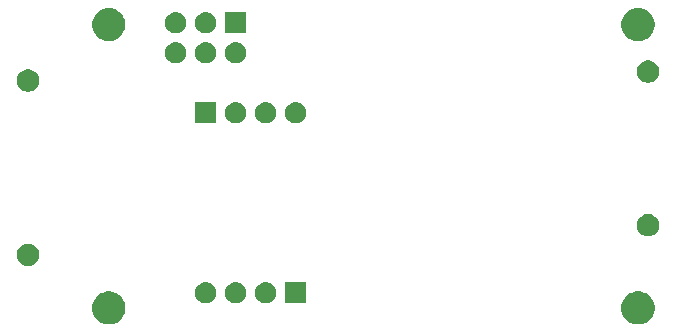
<source format=gbs>
G04 #@! TF.GenerationSoftware,KiCad,Pcbnew,5.1.5-52549c5~84~ubuntu18.04.1*
G04 #@! TF.CreationDate,2020-01-10T15:39:39+05:30*
G04 #@! TF.ProjectId,senseEle_PCB_Antenna_rev2,73656e73-6545-46c6-955f-5043425f416e,rev?*
G04 #@! TF.SameCoordinates,Original*
G04 #@! TF.FileFunction,Soldermask,Bot*
G04 #@! TF.FilePolarity,Negative*
%FSLAX46Y46*%
G04 Gerber Fmt 4.6, Leading zero omitted, Abs format (unit mm)*
G04 Created by KiCad (PCBNEW 5.1.5-52549c5~84~ubuntu18.04.1) date 2020-01-10 15:39:39*
%MOMM*%
%LPD*%
G04 APERTURE LIST*
%ADD10C,0.100000*%
G04 APERTURE END LIST*
D10*
G36*
X43318433Y-43134893D02*
G01*
X43408657Y-43152839D01*
X43514267Y-43196585D01*
X43663621Y-43258449D01*
X43663622Y-43258450D01*
X43893086Y-43411772D01*
X44088228Y-43606914D01*
X44114868Y-43646784D01*
X44241551Y-43836379D01*
X44276127Y-43919853D01*
X44345104Y-44086376D01*
X44347161Y-44091344D01*
X44401000Y-44362012D01*
X44401000Y-44637988D01*
X44347161Y-44908656D01*
X44241551Y-45163621D01*
X44241550Y-45163622D01*
X44088228Y-45393086D01*
X43893086Y-45588228D01*
X43739763Y-45690675D01*
X43663621Y-45741551D01*
X43514267Y-45803415D01*
X43408657Y-45847161D01*
X43318433Y-45865107D01*
X43137988Y-45901000D01*
X42862012Y-45901000D01*
X42681567Y-45865107D01*
X42591343Y-45847161D01*
X42485733Y-45803415D01*
X42336379Y-45741551D01*
X42260237Y-45690675D01*
X42106914Y-45588228D01*
X41911772Y-45393086D01*
X41758450Y-45163622D01*
X41758449Y-45163621D01*
X41652839Y-44908656D01*
X41599000Y-44637988D01*
X41599000Y-44362012D01*
X41652839Y-44091344D01*
X41654897Y-44086376D01*
X41723873Y-43919853D01*
X41758449Y-43836379D01*
X41885132Y-43646784D01*
X41911772Y-43606914D01*
X42106914Y-43411772D01*
X42336378Y-43258450D01*
X42336379Y-43258449D01*
X42485733Y-43196585D01*
X42591343Y-43152839D01*
X42681567Y-43134893D01*
X42862012Y-43099000D01*
X43137988Y-43099000D01*
X43318433Y-43134893D01*
G37*
G36*
X-1481567Y-43134893D02*
G01*
X-1391343Y-43152839D01*
X-1285733Y-43196585D01*
X-1136379Y-43258449D01*
X-1136378Y-43258450D01*
X-906914Y-43411772D01*
X-711772Y-43606914D01*
X-685132Y-43646784D01*
X-558449Y-43836379D01*
X-523873Y-43919853D01*
X-454896Y-44086376D01*
X-452839Y-44091344D01*
X-399000Y-44362012D01*
X-399000Y-44637988D01*
X-452839Y-44908656D01*
X-558449Y-45163621D01*
X-558450Y-45163622D01*
X-711772Y-45393086D01*
X-906914Y-45588228D01*
X-1060237Y-45690675D01*
X-1136379Y-45741551D01*
X-1285733Y-45803415D01*
X-1391343Y-45847161D01*
X-1481567Y-45865107D01*
X-1662012Y-45901000D01*
X-1937988Y-45901000D01*
X-2118433Y-45865107D01*
X-2208657Y-45847161D01*
X-2314267Y-45803415D01*
X-2463621Y-45741551D01*
X-2539763Y-45690675D01*
X-2693086Y-45588228D01*
X-2888228Y-45393086D01*
X-3041550Y-45163622D01*
X-3041551Y-45163621D01*
X-3147161Y-44908656D01*
X-3201000Y-44637988D01*
X-3201000Y-44362012D01*
X-3147161Y-44091344D01*
X-3145103Y-44086376D01*
X-3076127Y-43919853D01*
X-3041551Y-43836379D01*
X-2914868Y-43646784D01*
X-2888228Y-43606914D01*
X-2693086Y-43411772D01*
X-2463622Y-43258450D01*
X-2463621Y-43258449D01*
X-2314267Y-43196585D01*
X-2208657Y-43152839D01*
X-2118433Y-43134893D01*
X-1937988Y-43099000D01*
X-1662012Y-43099000D01*
X-1481567Y-43134893D01*
G37*
G36*
X6503512Y-42323927D02*
G01*
X6652812Y-42353624D01*
X6816784Y-42421544D01*
X6964354Y-42520147D01*
X7089853Y-42645646D01*
X7188456Y-42793216D01*
X7256376Y-42957188D01*
X7291000Y-43131259D01*
X7291000Y-43308741D01*
X7256376Y-43482812D01*
X7188456Y-43646784D01*
X7089853Y-43794354D01*
X6964354Y-43919853D01*
X6816784Y-44018456D01*
X6652812Y-44086376D01*
X6503512Y-44116073D01*
X6478742Y-44121000D01*
X6301258Y-44121000D01*
X6276488Y-44116073D01*
X6127188Y-44086376D01*
X5963216Y-44018456D01*
X5815646Y-43919853D01*
X5690147Y-43794354D01*
X5591544Y-43646784D01*
X5523624Y-43482812D01*
X5489000Y-43308741D01*
X5489000Y-43131259D01*
X5523624Y-42957188D01*
X5591544Y-42793216D01*
X5690147Y-42645646D01*
X5815646Y-42520147D01*
X5963216Y-42421544D01*
X6127188Y-42353624D01*
X6276488Y-42323927D01*
X6301258Y-42319000D01*
X6478742Y-42319000D01*
X6503512Y-42323927D01*
G37*
G36*
X9043512Y-42323927D02*
G01*
X9192812Y-42353624D01*
X9356784Y-42421544D01*
X9504354Y-42520147D01*
X9629853Y-42645646D01*
X9728456Y-42793216D01*
X9796376Y-42957188D01*
X9831000Y-43131259D01*
X9831000Y-43308741D01*
X9796376Y-43482812D01*
X9728456Y-43646784D01*
X9629853Y-43794354D01*
X9504354Y-43919853D01*
X9356784Y-44018456D01*
X9192812Y-44086376D01*
X9043512Y-44116073D01*
X9018742Y-44121000D01*
X8841258Y-44121000D01*
X8816488Y-44116073D01*
X8667188Y-44086376D01*
X8503216Y-44018456D01*
X8355646Y-43919853D01*
X8230147Y-43794354D01*
X8131544Y-43646784D01*
X8063624Y-43482812D01*
X8029000Y-43308741D01*
X8029000Y-43131259D01*
X8063624Y-42957188D01*
X8131544Y-42793216D01*
X8230147Y-42645646D01*
X8355646Y-42520147D01*
X8503216Y-42421544D01*
X8667188Y-42353624D01*
X8816488Y-42323927D01*
X8841258Y-42319000D01*
X9018742Y-42319000D01*
X9043512Y-42323927D01*
G37*
G36*
X11583512Y-42323927D02*
G01*
X11732812Y-42353624D01*
X11896784Y-42421544D01*
X12044354Y-42520147D01*
X12169853Y-42645646D01*
X12268456Y-42793216D01*
X12336376Y-42957188D01*
X12371000Y-43131259D01*
X12371000Y-43308741D01*
X12336376Y-43482812D01*
X12268456Y-43646784D01*
X12169853Y-43794354D01*
X12044354Y-43919853D01*
X11896784Y-44018456D01*
X11732812Y-44086376D01*
X11583512Y-44116073D01*
X11558742Y-44121000D01*
X11381258Y-44121000D01*
X11356488Y-44116073D01*
X11207188Y-44086376D01*
X11043216Y-44018456D01*
X10895646Y-43919853D01*
X10770147Y-43794354D01*
X10671544Y-43646784D01*
X10603624Y-43482812D01*
X10569000Y-43308741D01*
X10569000Y-43131259D01*
X10603624Y-42957188D01*
X10671544Y-42793216D01*
X10770147Y-42645646D01*
X10895646Y-42520147D01*
X11043216Y-42421544D01*
X11207188Y-42353624D01*
X11356488Y-42323927D01*
X11381258Y-42319000D01*
X11558742Y-42319000D01*
X11583512Y-42323927D01*
G37*
G36*
X14911000Y-44121000D02*
G01*
X13109000Y-44121000D01*
X13109000Y-42319000D01*
X14911000Y-42319000D01*
X14911000Y-44121000D01*
G37*
G36*
X-8372605Y-39085546D02*
G01*
X-8199534Y-39157234D01*
X-8199533Y-39157235D01*
X-8043773Y-39261310D01*
X-7911310Y-39393773D01*
X-7911309Y-39393775D01*
X-7807234Y-39549534D01*
X-7735546Y-39722605D01*
X-7699000Y-39906333D01*
X-7699000Y-40093667D01*
X-7735546Y-40277395D01*
X-7807234Y-40450466D01*
X-7807235Y-40450467D01*
X-7911310Y-40606227D01*
X-8043773Y-40738690D01*
X-8122182Y-40791081D01*
X-8199534Y-40842766D01*
X-8372605Y-40914454D01*
X-8556333Y-40951000D01*
X-8743667Y-40951000D01*
X-8927395Y-40914454D01*
X-9100466Y-40842766D01*
X-9177818Y-40791081D01*
X-9256227Y-40738690D01*
X-9388690Y-40606227D01*
X-9492765Y-40450467D01*
X-9492766Y-40450466D01*
X-9564454Y-40277395D01*
X-9601000Y-40093667D01*
X-9601000Y-39906333D01*
X-9564454Y-39722605D01*
X-9492766Y-39549534D01*
X-9388691Y-39393775D01*
X-9388690Y-39393773D01*
X-9256227Y-39261310D01*
X-9100467Y-39157235D01*
X-9100466Y-39157234D01*
X-8927395Y-39085546D01*
X-8743667Y-39049000D01*
X-8556333Y-39049000D01*
X-8372605Y-39085546D01*
G37*
G36*
X44127395Y-36585546D02*
G01*
X44300466Y-36657234D01*
X44300467Y-36657235D01*
X44456227Y-36761310D01*
X44588690Y-36893773D01*
X44588691Y-36893775D01*
X44692766Y-37049534D01*
X44764454Y-37222605D01*
X44801000Y-37406333D01*
X44801000Y-37593667D01*
X44764454Y-37777395D01*
X44692766Y-37950466D01*
X44692765Y-37950467D01*
X44588690Y-38106227D01*
X44456227Y-38238690D01*
X44377818Y-38291081D01*
X44300466Y-38342766D01*
X44127395Y-38414454D01*
X43943667Y-38451000D01*
X43756333Y-38451000D01*
X43572605Y-38414454D01*
X43399534Y-38342766D01*
X43322182Y-38291081D01*
X43243773Y-38238690D01*
X43111310Y-38106227D01*
X43007235Y-37950467D01*
X43007234Y-37950466D01*
X42935546Y-37777395D01*
X42899000Y-37593667D01*
X42899000Y-37406333D01*
X42935546Y-37222605D01*
X43007234Y-37049534D01*
X43111309Y-36893775D01*
X43111310Y-36893773D01*
X43243773Y-36761310D01*
X43399533Y-36657235D01*
X43399534Y-36657234D01*
X43572605Y-36585546D01*
X43756333Y-36549000D01*
X43943667Y-36549000D01*
X44127395Y-36585546D01*
G37*
G36*
X14123512Y-27083927D02*
G01*
X14272812Y-27113624D01*
X14436784Y-27181544D01*
X14584354Y-27280147D01*
X14709853Y-27405646D01*
X14808456Y-27553216D01*
X14876376Y-27717188D01*
X14911000Y-27891259D01*
X14911000Y-28068741D01*
X14876376Y-28242812D01*
X14808456Y-28406784D01*
X14709853Y-28554354D01*
X14584354Y-28679853D01*
X14436784Y-28778456D01*
X14272812Y-28846376D01*
X14123512Y-28876073D01*
X14098742Y-28881000D01*
X13921258Y-28881000D01*
X13896488Y-28876073D01*
X13747188Y-28846376D01*
X13583216Y-28778456D01*
X13435646Y-28679853D01*
X13310147Y-28554354D01*
X13211544Y-28406784D01*
X13143624Y-28242812D01*
X13109000Y-28068741D01*
X13109000Y-27891259D01*
X13143624Y-27717188D01*
X13211544Y-27553216D01*
X13310147Y-27405646D01*
X13435646Y-27280147D01*
X13583216Y-27181544D01*
X13747188Y-27113624D01*
X13896488Y-27083927D01*
X13921258Y-27079000D01*
X14098742Y-27079000D01*
X14123512Y-27083927D01*
G37*
G36*
X11583512Y-27083927D02*
G01*
X11732812Y-27113624D01*
X11896784Y-27181544D01*
X12044354Y-27280147D01*
X12169853Y-27405646D01*
X12268456Y-27553216D01*
X12336376Y-27717188D01*
X12371000Y-27891259D01*
X12371000Y-28068741D01*
X12336376Y-28242812D01*
X12268456Y-28406784D01*
X12169853Y-28554354D01*
X12044354Y-28679853D01*
X11896784Y-28778456D01*
X11732812Y-28846376D01*
X11583512Y-28876073D01*
X11558742Y-28881000D01*
X11381258Y-28881000D01*
X11356488Y-28876073D01*
X11207188Y-28846376D01*
X11043216Y-28778456D01*
X10895646Y-28679853D01*
X10770147Y-28554354D01*
X10671544Y-28406784D01*
X10603624Y-28242812D01*
X10569000Y-28068741D01*
X10569000Y-27891259D01*
X10603624Y-27717188D01*
X10671544Y-27553216D01*
X10770147Y-27405646D01*
X10895646Y-27280147D01*
X11043216Y-27181544D01*
X11207188Y-27113624D01*
X11356488Y-27083927D01*
X11381258Y-27079000D01*
X11558742Y-27079000D01*
X11583512Y-27083927D01*
G37*
G36*
X9043512Y-27083927D02*
G01*
X9192812Y-27113624D01*
X9356784Y-27181544D01*
X9504354Y-27280147D01*
X9629853Y-27405646D01*
X9728456Y-27553216D01*
X9796376Y-27717188D01*
X9831000Y-27891259D01*
X9831000Y-28068741D01*
X9796376Y-28242812D01*
X9728456Y-28406784D01*
X9629853Y-28554354D01*
X9504354Y-28679853D01*
X9356784Y-28778456D01*
X9192812Y-28846376D01*
X9043512Y-28876073D01*
X9018742Y-28881000D01*
X8841258Y-28881000D01*
X8816488Y-28876073D01*
X8667188Y-28846376D01*
X8503216Y-28778456D01*
X8355646Y-28679853D01*
X8230147Y-28554354D01*
X8131544Y-28406784D01*
X8063624Y-28242812D01*
X8029000Y-28068741D01*
X8029000Y-27891259D01*
X8063624Y-27717188D01*
X8131544Y-27553216D01*
X8230147Y-27405646D01*
X8355646Y-27280147D01*
X8503216Y-27181544D01*
X8667188Y-27113624D01*
X8816488Y-27083927D01*
X8841258Y-27079000D01*
X9018742Y-27079000D01*
X9043512Y-27083927D01*
G37*
G36*
X7291000Y-28881000D02*
G01*
X5489000Y-28881000D01*
X5489000Y-27079000D01*
X7291000Y-27079000D01*
X7291000Y-28881000D01*
G37*
G36*
X-8372605Y-24335546D02*
G01*
X-8199534Y-24407234D01*
X-8199533Y-24407235D01*
X-8043773Y-24511310D01*
X-7911310Y-24643773D01*
X-7911309Y-24643775D01*
X-7807234Y-24799534D01*
X-7735546Y-24972605D01*
X-7699000Y-25156333D01*
X-7699000Y-25343667D01*
X-7735546Y-25527395D01*
X-7807234Y-25700466D01*
X-7807235Y-25700467D01*
X-7911310Y-25856227D01*
X-8043773Y-25988690D01*
X-8122182Y-26041081D01*
X-8199534Y-26092766D01*
X-8372605Y-26164454D01*
X-8556333Y-26201000D01*
X-8743667Y-26201000D01*
X-8927395Y-26164454D01*
X-9100466Y-26092766D01*
X-9177818Y-26041081D01*
X-9256227Y-25988690D01*
X-9388690Y-25856227D01*
X-9492765Y-25700467D01*
X-9492766Y-25700466D01*
X-9564454Y-25527395D01*
X-9601000Y-25343667D01*
X-9601000Y-25156333D01*
X-9564454Y-24972605D01*
X-9492766Y-24799534D01*
X-9388691Y-24643775D01*
X-9388690Y-24643773D01*
X-9256227Y-24511310D01*
X-9100467Y-24407235D01*
X-9100466Y-24407234D01*
X-8927395Y-24335546D01*
X-8743667Y-24299000D01*
X-8556333Y-24299000D01*
X-8372605Y-24335546D01*
G37*
G36*
X44127395Y-23585546D02*
G01*
X44300466Y-23657234D01*
X44300467Y-23657235D01*
X44456227Y-23761310D01*
X44588690Y-23893773D01*
X44588691Y-23893775D01*
X44692766Y-24049534D01*
X44764454Y-24222605D01*
X44801000Y-24406333D01*
X44801000Y-24593667D01*
X44764454Y-24777395D01*
X44692766Y-24950466D01*
X44692765Y-24950467D01*
X44588690Y-25106227D01*
X44456227Y-25238690D01*
X44377818Y-25291081D01*
X44300466Y-25342766D01*
X44127395Y-25414454D01*
X43943667Y-25451000D01*
X43756333Y-25451000D01*
X43572605Y-25414454D01*
X43399534Y-25342766D01*
X43322182Y-25291081D01*
X43243773Y-25238690D01*
X43111310Y-25106227D01*
X43007235Y-24950467D01*
X43007234Y-24950466D01*
X42935546Y-24777395D01*
X42899000Y-24593667D01*
X42899000Y-24406333D01*
X42935546Y-24222605D01*
X43007234Y-24049534D01*
X43111309Y-23893775D01*
X43111310Y-23893773D01*
X43243773Y-23761310D01*
X43399533Y-23657235D01*
X43399534Y-23657234D01*
X43572605Y-23585546D01*
X43756333Y-23549000D01*
X43943667Y-23549000D01*
X44127395Y-23585546D01*
G37*
G36*
X3963512Y-22003927D02*
G01*
X4112812Y-22033624D01*
X4276784Y-22101544D01*
X4424354Y-22200147D01*
X4549853Y-22325646D01*
X4648456Y-22473216D01*
X4716376Y-22637188D01*
X4751000Y-22811259D01*
X4751000Y-22988741D01*
X4716376Y-23162812D01*
X4648456Y-23326784D01*
X4549853Y-23474354D01*
X4424354Y-23599853D01*
X4276784Y-23698456D01*
X4112812Y-23766376D01*
X3963512Y-23796073D01*
X3938742Y-23801000D01*
X3761258Y-23801000D01*
X3736488Y-23796073D01*
X3587188Y-23766376D01*
X3423216Y-23698456D01*
X3275646Y-23599853D01*
X3150147Y-23474354D01*
X3051544Y-23326784D01*
X2983624Y-23162812D01*
X2949000Y-22988741D01*
X2949000Y-22811259D01*
X2983624Y-22637188D01*
X3051544Y-22473216D01*
X3150147Y-22325646D01*
X3275646Y-22200147D01*
X3423216Y-22101544D01*
X3587188Y-22033624D01*
X3736488Y-22003927D01*
X3761258Y-21999000D01*
X3938742Y-21999000D01*
X3963512Y-22003927D01*
G37*
G36*
X6503512Y-22003927D02*
G01*
X6652812Y-22033624D01*
X6816784Y-22101544D01*
X6964354Y-22200147D01*
X7089853Y-22325646D01*
X7188456Y-22473216D01*
X7256376Y-22637188D01*
X7291000Y-22811259D01*
X7291000Y-22988741D01*
X7256376Y-23162812D01*
X7188456Y-23326784D01*
X7089853Y-23474354D01*
X6964354Y-23599853D01*
X6816784Y-23698456D01*
X6652812Y-23766376D01*
X6503512Y-23796073D01*
X6478742Y-23801000D01*
X6301258Y-23801000D01*
X6276488Y-23796073D01*
X6127188Y-23766376D01*
X5963216Y-23698456D01*
X5815646Y-23599853D01*
X5690147Y-23474354D01*
X5591544Y-23326784D01*
X5523624Y-23162812D01*
X5489000Y-22988741D01*
X5489000Y-22811259D01*
X5523624Y-22637188D01*
X5591544Y-22473216D01*
X5690147Y-22325646D01*
X5815646Y-22200147D01*
X5963216Y-22101544D01*
X6127188Y-22033624D01*
X6276488Y-22003927D01*
X6301258Y-21999000D01*
X6478742Y-21999000D01*
X6503512Y-22003927D01*
G37*
G36*
X9043512Y-22003927D02*
G01*
X9192812Y-22033624D01*
X9356784Y-22101544D01*
X9504354Y-22200147D01*
X9629853Y-22325646D01*
X9728456Y-22473216D01*
X9796376Y-22637188D01*
X9831000Y-22811259D01*
X9831000Y-22988741D01*
X9796376Y-23162812D01*
X9728456Y-23326784D01*
X9629853Y-23474354D01*
X9504354Y-23599853D01*
X9356784Y-23698456D01*
X9192812Y-23766376D01*
X9043512Y-23796073D01*
X9018742Y-23801000D01*
X8841258Y-23801000D01*
X8816488Y-23796073D01*
X8667188Y-23766376D01*
X8503216Y-23698456D01*
X8355646Y-23599853D01*
X8230147Y-23474354D01*
X8131544Y-23326784D01*
X8063624Y-23162812D01*
X8029000Y-22988741D01*
X8029000Y-22811259D01*
X8063624Y-22637188D01*
X8131544Y-22473216D01*
X8230147Y-22325646D01*
X8355646Y-22200147D01*
X8503216Y-22101544D01*
X8667188Y-22033624D01*
X8816488Y-22003927D01*
X8841258Y-21999000D01*
X9018742Y-21999000D01*
X9043512Y-22003927D01*
G37*
G36*
X43318433Y-19134893D02*
G01*
X43408657Y-19152839D01*
X43514267Y-19196585D01*
X43663621Y-19258449D01*
X43663622Y-19258450D01*
X43893086Y-19411772D01*
X44088228Y-19606914D01*
X44190675Y-19760237D01*
X44241551Y-19836379D01*
X44281662Y-19933216D01*
X44347161Y-20091343D01*
X44348324Y-20097189D01*
X44401000Y-20362012D01*
X44401000Y-20637988D01*
X44347161Y-20908656D01*
X44241551Y-21163621D01*
X44241550Y-21163622D01*
X44088228Y-21393086D01*
X43893086Y-21588228D01*
X43739763Y-21690675D01*
X43663621Y-21741551D01*
X43514267Y-21803415D01*
X43408657Y-21847161D01*
X43318433Y-21865107D01*
X43137988Y-21901000D01*
X42862012Y-21901000D01*
X42681567Y-21865107D01*
X42591343Y-21847161D01*
X42485733Y-21803415D01*
X42336379Y-21741551D01*
X42260237Y-21690675D01*
X42106914Y-21588228D01*
X41911772Y-21393086D01*
X41758450Y-21163622D01*
X41758449Y-21163621D01*
X41652839Y-20908656D01*
X41599000Y-20637988D01*
X41599000Y-20362012D01*
X41651676Y-20097189D01*
X41652839Y-20091343D01*
X41718338Y-19933216D01*
X41758449Y-19836379D01*
X41809325Y-19760237D01*
X41911772Y-19606914D01*
X42106914Y-19411772D01*
X42336378Y-19258450D01*
X42336379Y-19258449D01*
X42485733Y-19196585D01*
X42591343Y-19152839D01*
X42681567Y-19134893D01*
X42862012Y-19099000D01*
X43137988Y-19099000D01*
X43318433Y-19134893D01*
G37*
G36*
X-1481567Y-19134893D02*
G01*
X-1391343Y-19152839D01*
X-1285733Y-19196585D01*
X-1136379Y-19258449D01*
X-1136378Y-19258450D01*
X-906914Y-19411772D01*
X-711772Y-19606914D01*
X-609325Y-19760237D01*
X-558449Y-19836379D01*
X-518338Y-19933216D01*
X-452839Y-20091343D01*
X-451676Y-20097189D01*
X-399000Y-20362012D01*
X-399000Y-20637988D01*
X-452839Y-20908656D01*
X-558449Y-21163621D01*
X-558450Y-21163622D01*
X-711772Y-21393086D01*
X-906914Y-21588228D01*
X-1060237Y-21690675D01*
X-1136379Y-21741551D01*
X-1285733Y-21803415D01*
X-1391343Y-21847161D01*
X-1481567Y-21865107D01*
X-1662012Y-21901000D01*
X-1937988Y-21901000D01*
X-2118433Y-21865107D01*
X-2208657Y-21847161D01*
X-2314267Y-21803415D01*
X-2463621Y-21741551D01*
X-2539763Y-21690675D01*
X-2693086Y-21588228D01*
X-2888228Y-21393086D01*
X-3041550Y-21163622D01*
X-3041551Y-21163621D01*
X-3147161Y-20908656D01*
X-3201000Y-20637988D01*
X-3201000Y-20362012D01*
X-3148324Y-20097189D01*
X-3147161Y-20091343D01*
X-3081662Y-19933216D01*
X-3041551Y-19836379D01*
X-2990675Y-19760237D01*
X-2888228Y-19606914D01*
X-2693086Y-19411772D01*
X-2463622Y-19258450D01*
X-2463621Y-19258449D01*
X-2314267Y-19196585D01*
X-2208657Y-19152839D01*
X-2118433Y-19134893D01*
X-1937988Y-19099000D01*
X-1662012Y-19099000D01*
X-1481567Y-19134893D01*
G37*
G36*
X9831000Y-21261000D02*
G01*
X8029000Y-21261000D01*
X8029000Y-19459000D01*
X9831000Y-19459000D01*
X9831000Y-21261000D01*
G37*
G36*
X6503512Y-19463927D02*
G01*
X6652812Y-19493624D01*
X6816784Y-19561544D01*
X6964354Y-19660147D01*
X7089853Y-19785646D01*
X7188456Y-19933216D01*
X7256376Y-20097188D01*
X7291000Y-20271259D01*
X7291000Y-20448741D01*
X7256376Y-20622812D01*
X7188456Y-20786784D01*
X7089853Y-20934354D01*
X6964354Y-21059853D01*
X6816784Y-21158456D01*
X6652812Y-21226376D01*
X6503512Y-21256073D01*
X6478742Y-21261000D01*
X6301258Y-21261000D01*
X6276488Y-21256073D01*
X6127188Y-21226376D01*
X5963216Y-21158456D01*
X5815646Y-21059853D01*
X5690147Y-20934354D01*
X5591544Y-20786784D01*
X5523624Y-20622812D01*
X5489000Y-20448741D01*
X5489000Y-20271259D01*
X5523624Y-20097188D01*
X5591544Y-19933216D01*
X5690147Y-19785646D01*
X5815646Y-19660147D01*
X5963216Y-19561544D01*
X6127188Y-19493624D01*
X6276488Y-19463927D01*
X6301258Y-19459000D01*
X6478742Y-19459000D01*
X6503512Y-19463927D01*
G37*
G36*
X3963512Y-19463927D02*
G01*
X4112812Y-19493624D01*
X4276784Y-19561544D01*
X4424354Y-19660147D01*
X4549853Y-19785646D01*
X4648456Y-19933216D01*
X4716376Y-20097188D01*
X4751000Y-20271259D01*
X4751000Y-20448741D01*
X4716376Y-20622812D01*
X4648456Y-20786784D01*
X4549853Y-20934354D01*
X4424354Y-21059853D01*
X4276784Y-21158456D01*
X4112812Y-21226376D01*
X3963512Y-21256073D01*
X3938742Y-21261000D01*
X3761258Y-21261000D01*
X3736488Y-21256073D01*
X3587188Y-21226376D01*
X3423216Y-21158456D01*
X3275646Y-21059853D01*
X3150147Y-20934354D01*
X3051544Y-20786784D01*
X2983624Y-20622812D01*
X2949000Y-20448741D01*
X2949000Y-20271259D01*
X2983624Y-20097188D01*
X3051544Y-19933216D01*
X3150147Y-19785646D01*
X3275646Y-19660147D01*
X3423216Y-19561544D01*
X3587188Y-19493624D01*
X3736488Y-19463927D01*
X3761258Y-19459000D01*
X3938742Y-19459000D01*
X3963512Y-19463927D01*
G37*
M02*

</source>
